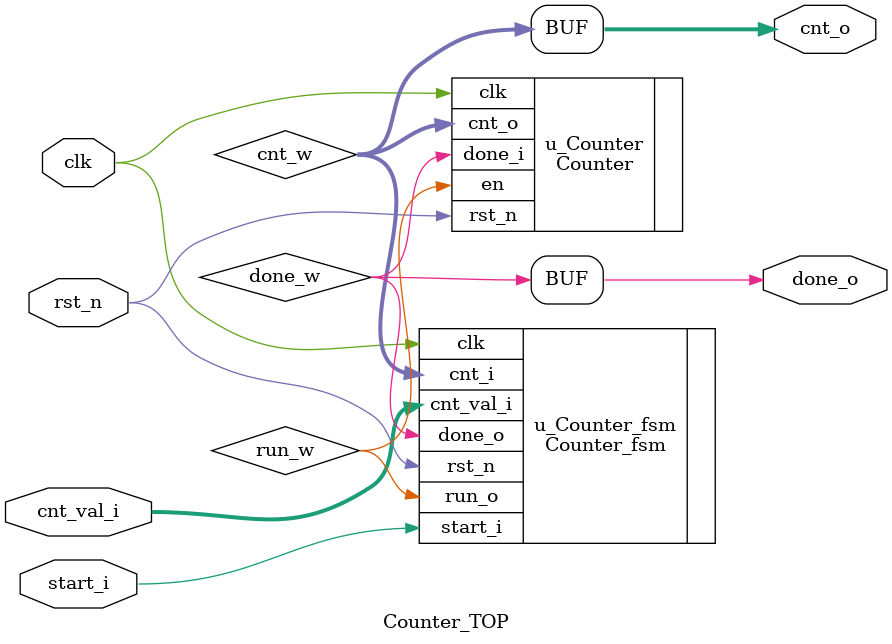
<source format=v>
module Counter_TOP #(
    parameter CNT_WIDTH = 7
    )
    (
    input clk,
    input rst_n,
    
    input start_i,
    input [CNT_WIDTH-1:0] cnt_val_i,
    
    output [CNT_WIDTH-1:0] cnt_o,
    output done_o
    );

    // link counter - counter_fsm
    wire run_w, done_w;
    wire [CNT_WIDTH-1:0] cnt_w;

    // Counter inst
    Counter #(
        .CNT_WIDTH ( CNT_WIDTH )
    )u_Counter(
        .clk    ( clk           ),
        .rst_n  ( rst_n         ),  // reset when reset or done
        .en     ( run_w         ),  // count start when fsm state is RUN
        .cnt_o  ( cnt_w         ),   
        .done_i ( done_w        )
    );
    
    // fsm inst
    Counter_fsm #(
        .CNT_WIDTH ( CNT_WIDTH )
    )u_Counter_fsm(
        .clk       ( clk       ),
        .rst_n     ( rst_n     ),
        .start_i   ( start_i   ),
        .cnt_val_i ( cnt_val_i ),
        .cnt_i     ( cnt_w     ),
        .run_o     ( run_w     ),
        .done_o    ( done_w    )
    );

    // output logic
    assign done_o = done_w;
    assign cnt_o = cnt_w;

endmodule
</source>
